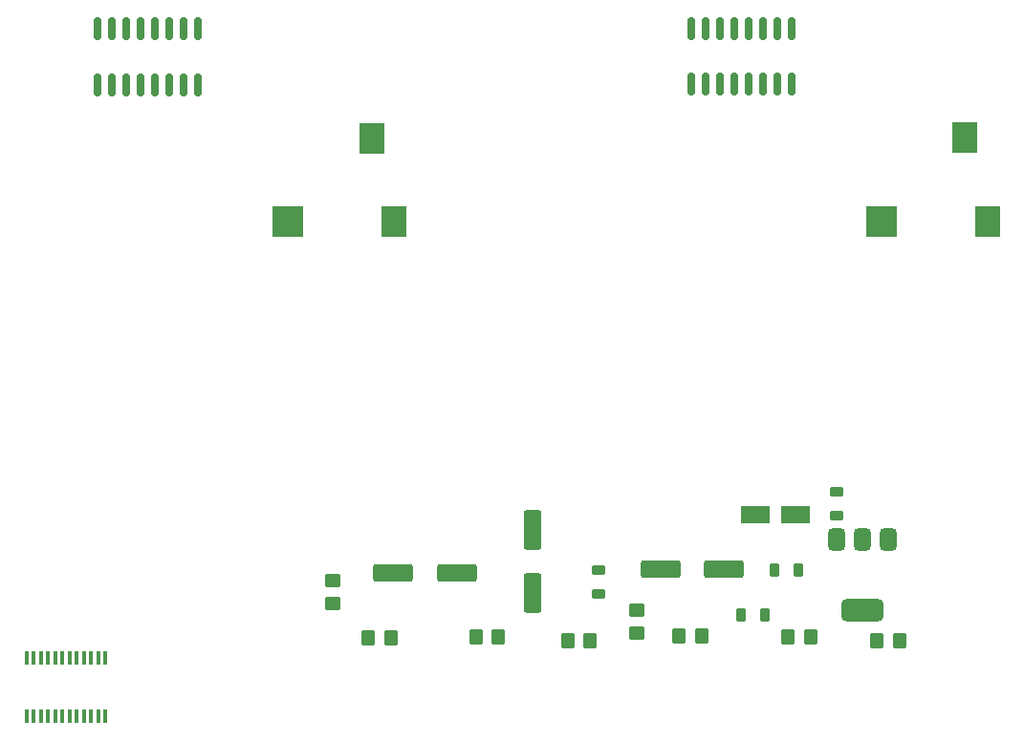
<source format=gbr>
%TF.GenerationSoftware,KiCad,Pcbnew,8.0.4*%
%TF.CreationDate,2025-05-03T00:51:18+05:30*%
%TF.ProjectId,TEST PNAL,54455354-2050-44e4-914c-2e6b69636164,rev?*%
%TF.SameCoordinates,Original*%
%TF.FileFunction,Paste,Bot*%
%TF.FilePolarity,Positive*%
%FSLAX46Y46*%
G04 Gerber Fmt 4.6, Leading zero omitted, Abs format (unit mm)*
G04 Created by KiCad (PCBNEW 8.0.4) date 2025-05-03 00:51:18*
%MOMM*%
%LPD*%
G01*
G04 APERTURE LIST*
G04 Aperture macros list*
%AMRoundRect*
0 Rectangle with rounded corners*
0 $1 Rounding radius*
0 $2 $3 $4 $5 $6 $7 $8 $9 X,Y pos of 4 corners*
0 Add a 4 corners polygon primitive as box body*
4,1,4,$2,$3,$4,$5,$6,$7,$8,$9,$2,$3,0*
0 Add four circle primitives for the rounded corners*
1,1,$1+$1,$2,$3*
1,1,$1+$1,$4,$5*
1,1,$1+$1,$6,$7*
1,1,$1+$1,$8,$9*
0 Add four rect primitives between the rounded corners*
20,1,$1+$1,$2,$3,$4,$5,0*
20,1,$1+$1,$4,$5,$6,$7,0*
20,1,$1+$1,$6,$7,$8,$9,0*
20,1,$1+$1,$8,$9,$2,$3,0*%
G04 Aperture macros list end*
%ADD10R,2.200000X2.800000*%
%ADD11R,2.800000X2.800000*%
%ADD12RoundRect,0.150000X0.150000X-0.825000X0.150000X0.825000X-0.150000X0.825000X-0.150000X-0.825000X0*%
%ADD13RoundRect,0.250000X-0.550000X1.500000X-0.550000X-1.500000X0.550000X-1.500000X0.550000X1.500000X0*%
%ADD14RoundRect,0.218750X0.218750X0.381250X-0.218750X0.381250X-0.218750X-0.381250X0.218750X-0.381250X0*%
%ADD15RoundRect,0.218750X0.381250X-0.218750X0.381250X0.218750X-0.381250X0.218750X-0.381250X-0.218750X0*%
%ADD16RoundRect,0.250000X0.350000X0.450000X-0.350000X0.450000X-0.350000X-0.450000X0.350000X-0.450000X0*%
%ADD17RoundRect,0.218750X-0.218750X-0.381250X0.218750X-0.381250X0.218750X0.381250X-0.218750X0.381250X0*%
%ADD18RoundRect,0.375000X-0.375000X0.625000X-0.375000X-0.625000X0.375000X-0.625000X0.375000X0.625000X0*%
%ADD19RoundRect,0.500000X-1.400000X0.500000X-1.400000X-0.500000X1.400000X-0.500000X1.400000X0.500000X0*%
%ADD20RoundRect,0.250000X-0.450000X0.350000X-0.450000X-0.350000X0.450000X-0.350000X0.450000X0.350000X0*%
%ADD21RoundRect,0.250000X1.500000X0.550000X-1.500000X0.550000X-1.500000X-0.550000X1.500000X-0.550000X0*%
%ADD22RoundRect,0.250000X-1.050000X-0.550000X1.050000X-0.550000X1.050000X0.550000X-1.050000X0.550000X0*%
%ADD23RoundRect,0.218750X-0.381250X0.218750X-0.381250X-0.218750X0.381250X-0.218750X0.381250X0.218750X0*%
%ADD24RoundRect,0.250000X-0.350000X-0.450000X0.350000X-0.450000X0.350000X0.450000X-0.350000X0.450000X0*%
%ADD25R,0.400000X1.200000*%
G04 APERTURE END LIST*
D10*
%TO.C,J8*%
X136800000Y-76405000D03*
X138800000Y-83805000D03*
D11*
X129400000Y-83805000D03*
%TD*%
D12*
%TO.C,U2*%
X121430000Y-71655000D03*
X120160000Y-71655000D03*
X118890000Y-71655000D03*
X117620000Y-71655000D03*
X116350000Y-71655000D03*
X115080000Y-71655000D03*
X113810000Y-71655000D03*
X112540000Y-71655000D03*
X112540000Y-66705000D03*
X113810000Y-66705000D03*
X115080000Y-66705000D03*
X116350000Y-66705000D03*
X117620000Y-66705000D03*
X118890000Y-66705000D03*
X120160000Y-66705000D03*
X121430000Y-66705000D03*
%TD*%
D13*
%TO.C,C6*%
X98515000Y-111190000D03*
X98515000Y-116790000D03*
%TD*%
D14*
%TO.C,C3*%
X119057500Y-118750000D03*
X116932500Y-118750000D03*
%TD*%
D15*
%TO.C,C1*%
X125455000Y-109892500D03*
X125455000Y-107767500D03*
%TD*%
D16*
%TO.C,R5*%
X123105000Y-120620000D03*
X121105000Y-120620000D03*
%TD*%
D17*
%TO.C,C7*%
X119904300Y-114711400D03*
X122029300Y-114711400D03*
%TD*%
D16*
%TO.C,R2*%
X113485000Y-120580000D03*
X111485000Y-120580000D03*
%TD*%
D18*
%TO.C,U1*%
X125425000Y-111990000D03*
X127725000Y-111990000D03*
D19*
X127725000Y-118290000D03*
D18*
X130025000Y-111990000D03*
%TD*%
D20*
%TO.C,R10*%
X80835000Y-115660000D03*
X80835000Y-117660000D03*
%TD*%
D21*
%TO.C,C2*%
X115441600Y-114635200D03*
X109841600Y-114635200D03*
%TD*%
D16*
%TO.C,R8*%
X85975000Y-120710000D03*
X83975000Y-120710000D03*
%TD*%
D22*
%TO.C,C8*%
X118205000Y-109860000D03*
X121805000Y-109860000D03*
%TD*%
D21*
%TO.C,C4*%
X91768800Y-114990800D03*
X86168800Y-114990800D03*
%TD*%
D23*
%TO.C,C5*%
X104355200Y-114711400D03*
X104355200Y-116836400D03*
%TD*%
D20*
%TO.C,R3*%
X107735000Y-118280000D03*
X107735000Y-120280000D03*
%TD*%
D16*
%TO.C,R9*%
X103595000Y-120960000D03*
X101595000Y-120960000D03*
%TD*%
D24*
%TO.C,R1*%
X128975000Y-120960000D03*
X130975000Y-120960000D03*
%TD*%
D16*
%TO.C,R4*%
X95465000Y-120660000D03*
X93465000Y-120660000D03*
%TD*%
D10*
%TO.C,J8*%
X84241650Y-76441650D03*
X86241650Y-83841650D03*
D11*
X76841650Y-83841650D03*
%TD*%
D12*
%TO.C,U2*%
X68871650Y-71691650D03*
X67601650Y-71691650D03*
X66331650Y-71691650D03*
X65061650Y-71691650D03*
X63791650Y-71691650D03*
X62521650Y-71691650D03*
X61251650Y-71691650D03*
X59981650Y-71691650D03*
X59981650Y-66741650D03*
X61251650Y-66741650D03*
X62521650Y-66741650D03*
X63791650Y-66741650D03*
X65061650Y-66741650D03*
X66331650Y-66741650D03*
X67601650Y-66741650D03*
X68871650Y-66741650D03*
%TD*%
D25*
%TO.C,U2*%
X53698500Y-122520700D03*
X54333500Y-122520700D03*
X54968500Y-122520700D03*
X55603500Y-122520700D03*
X56238500Y-122520700D03*
X56873500Y-122520700D03*
X57508500Y-122520700D03*
X58143500Y-122520700D03*
X58778500Y-122520700D03*
X59413500Y-122520700D03*
X60048500Y-122520700D03*
X60683500Y-122520700D03*
X60683500Y-127720700D03*
X60048500Y-127720700D03*
X59413500Y-127720700D03*
X58778500Y-127720700D03*
X58143500Y-127720700D03*
X57508500Y-127720700D03*
X56873500Y-127720700D03*
X56238500Y-127720700D03*
X55603500Y-127720700D03*
X54968500Y-127720700D03*
X54333500Y-127720700D03*
X53698500Y-127720700D03*
%TD*%
M02*

</source>
